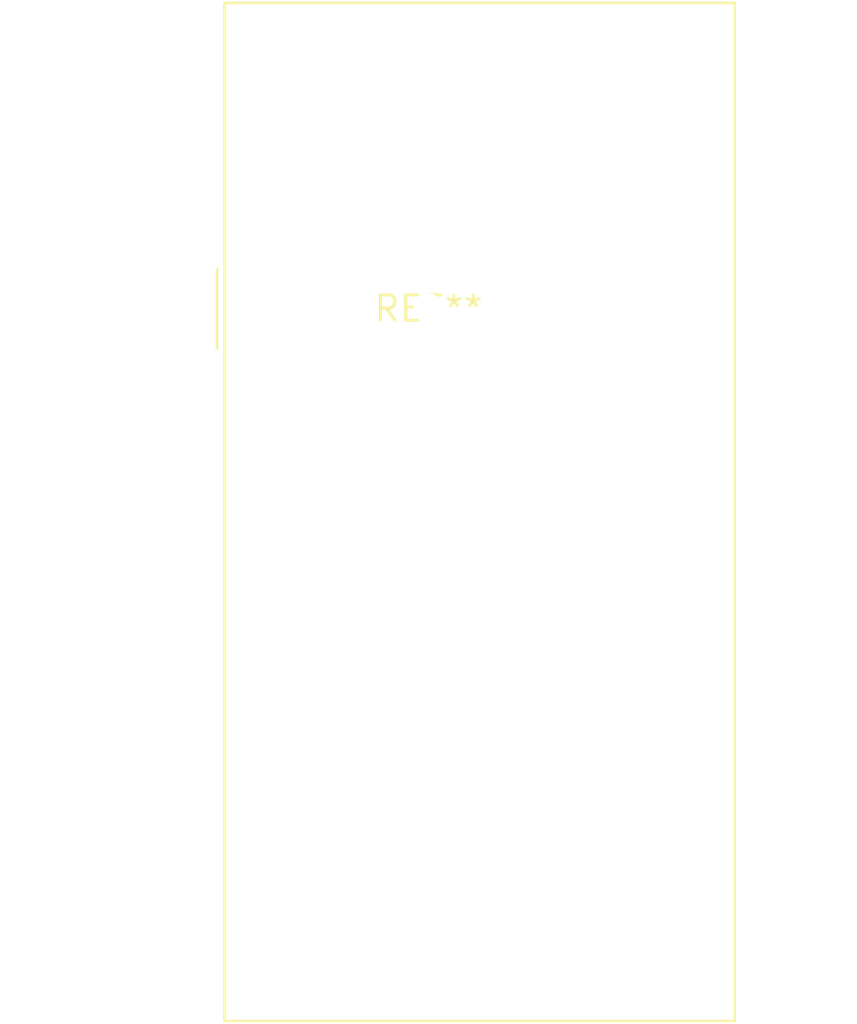
<source format=kicad_pcb>
(kicad_pcb (version 20240108) (generator pcbnew)
  (layers (0 "F.Cu" signal) (31 "B.Cu" signal) (34 "B.Paste" user) (35 "F.Paste" user) (36 "B.SilkS" user "B.Silkscreen") (37 "F.SilkS" user "F.Silkscreen") (38 "B.Mask" user) (39 "F.Mask" user) (44 "Edge.Cuts" user))
  (net 0 "")
  (footprint "Converter_DCDC_TRACO_TEN20-xxxx-N4_THT" (layer "F.Cu") (at 0 0)
    (property "Reference" "REF**")
    (property "Value" "Converter_DCDC_TRACO_TEN20-xxxx-N4_THT")
    (fp_line (start -10.62 -2) (end -10.62 2) (layer "F.SilkS") (stroke (width 0.12)))
    (fp_line (start -10.24 -15.32) (end 15.36 -15.32) (layer "F.SilkS") (stroke (width 0.12)))
    (fp_line (start -10.24 35.72) (end -10.24 -15.32) (layer "F.SilkS") (stroke (width 0.12)))
    (fp_line (start 15.36 -15.32) (end 15.36 35.72) (layer "F.SilkS") (stroke (width 0.12)))
    (fp_line (start 15.36 35.72) (end -10.24 35.72) (layer "F.SilkS") (stroke (width 0.12)))
    (pad "1" thru_hole rect (at 0 0 90) (size 6 2.5) (drill 1.5) (layers *.Cu *.Mask) (remove_unused_layers))
    (pad "2" thru_hole oval (at 5.08 0 90) (size 6 2.5) (drill 1.5) (layers *.Cu *.Mask) (remove_unused_layers))
    (pad "3" thru_hole oval (at -7.62 20.32 90) (size 6 2.5) (drill 1.5) (layers *.Cu *.Mask) (remove_unused_layers))
    (pad "5" thru_hole oval (at 12.7 20.32 90) (size 6 2.5) (drill 1.5) (layers *.Cu *.Mask) (remove_unused_layers))
    (pad "6" thru_hole oval (at 12.7 0 90) (size 6 2.5) (drill 1.5) (layers *.Cu *.Mask) (remove_unused_layers))
  )
)
</source>
